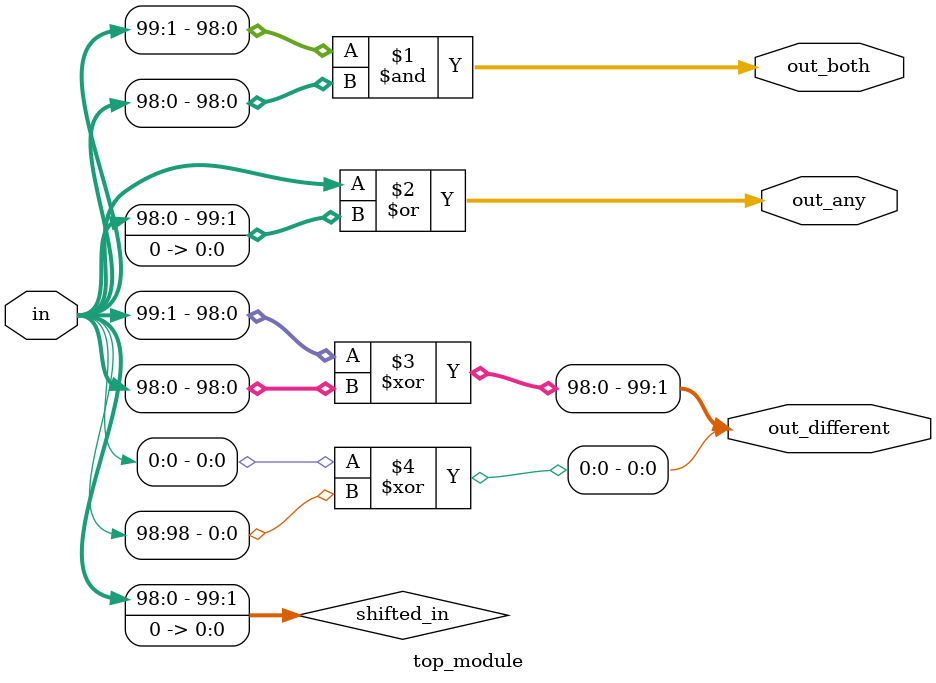
<source format=sv>
module top_module (
	input [99:0] in,
	output [98:0] out_both,
	output [99:0] out_any,
	output [99:0] out_different
);

wire [99:0] shifted_in;
assign shifted_in = {in[98:0], 1'b0};

assign out_both = in[99:1] & shifted_in[99:1];
assign out_any = in | shifted_in;
assign out_different[99:1] = in[99:1] ^ shifted_in[99:1];
assign out_different[0] = in[0] ^ shifted_in[99];

endmodule

</source>
